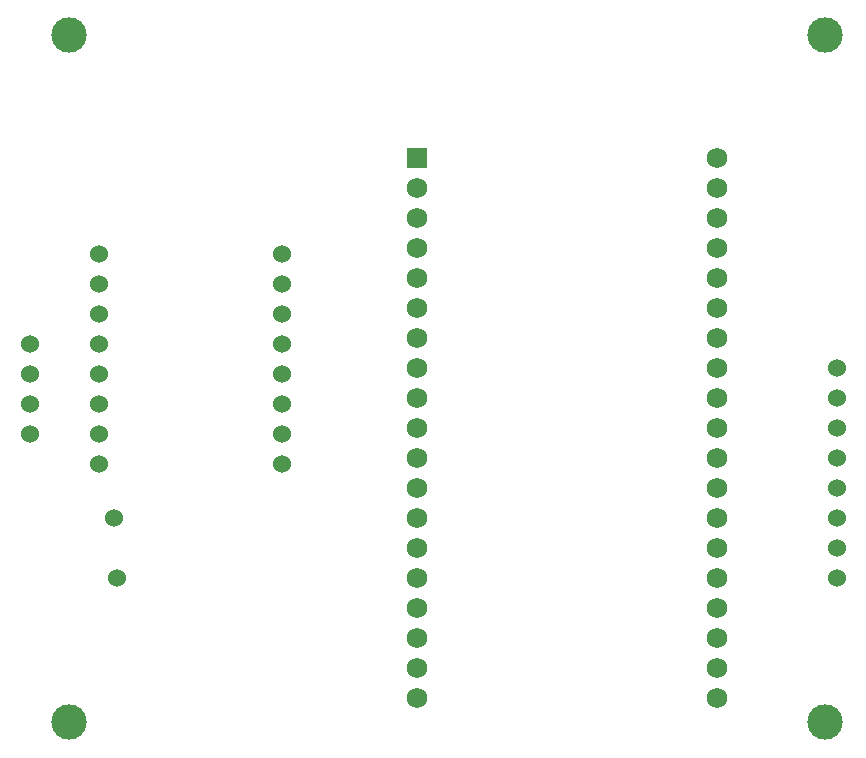
<source format=gbs>
%TF.GenerationSoftware,KiCad,Pcbnew,7.0.8*%
%TF.CreationDate,2024-03-14T17:11:56+01:00*%
%TF.ProjectId,pendulo_invert,70656e64-756c-46f5-9f69-6e766572742e,rev?*%
%TF.SameCoordinates,Original*%
%TF.FileFunction,Soldermask,Bot*%
%TF.FilePolarity,Negative*%
%FSLAX46Y46*%
G04 Gerber Fmt 4.6, Leading zero omitted, Abs format (unit mm)*
G04 Created by KiCad (PCBNEW 7.0.8) date 2024-03-14 17:11:56*
%MOMM*%
%LPD*%
G01*
G04 APERTURE LIST*
G04 Aperture macros list*
%AMRoundRect*
0 Rectangle with rounded corners*
0 $1 Rounding radius*
0 $2 $3 $4 $5 $6 $7 $8 $9 X,Y pos of 4 corners*
0 Add a 4 corners polygon primitive as box body*
4,1,4,$2,$3,$4,$5,$6,$7,$8,$9,$2,$3,0*
0 Add four circle primitives for the rounded corners*
1,1,$1+$1,$2,$3*
1,1,$1+$1,$4,$5*
1,1,$1+$1,$6,$7*
1,1,$1+$1,$8,$9*
0 Add four rect primitives between the rounded corners*
20,1,$1+$1,$2,$3,$4,$5,0*
20,1,$1+$1,$4,$5,$6,$7,0*
20,1,$1+$1,$6,$7,$8,$9,0*
20,1,$1+$1,$8,$9,$2,$3,0*%
G04 Aperture macros list end*
%ADD10C,1.524000*%
%ADD11RoundRect,0.102000X-0.765000X-0.765000X0.765000X-0.765000X0.765000X0.765000X-0.765000X0.765000X0*%
%ADD12C,1.734000*%
%ADD13C,3.000000*%
G04 APERTURE END LIST*
D10*
%TO.C,U1*%
X138430000Y-81788000D03*
X138430000Y-84328000D03*
X138430000Y-86868000D03*
X138430000Y-89408000D03*
X138430000Y-91948000D03*
X138430000Y-94488000D03*
X138430000Y-97028000D03*
X138430000Y-99568000D03*
X122930000Y-81788000D03*
X122930000Y-84328000D03*
X122930000Y-86868000D03*
X122930000Y-89408000D03*
X122930000Y-91948000D03*
X122930000Y-94488000D03*
X122930000Y-97028000D03*
X122930000Y-99568000D03*
%TD*%
%TO.C,J3*%
X117088000Y-91948000D03*
%TD*%
D11*
%TO.C,U2*%
X149860000Y-73660000D03*
D12*
X149860000Y-76200000D03*
X149860000Y-78740000D03*
X149860000Y-81280000D03*
X149860000Y-83820000D03*
X149860000Y-86360000D03*
X149860000Y-88900000D03*
X149860000Y-91440000D03*
X149860000Y-93980000D03*
X149860000Y-96520000D03*
X149860000Y-99060000D03*
X149860000Y-101600000D03*
X149860000Y-104140000D03*
X149860000Y-106680000D03*
X149860000Y-109220000D03*
X149860000Y-111760000D03*
X149860000Y-114300000D03*
X149860000Y-116840000D03*
X149860000Y-119380000D03*
X175260000Y-119380000D03*
X175260000Y-116840000D03*
X175260000Y-114300000D03*
X175260000Y-111760000D03*
X175260000Y-109220000D03*
X175260000Y-106680000D03*
X175260000Y-104140000D03*
X175260000Y-101600000D03*
X175260000Y-99060000D03*
X175260000Y-96520000D03*
X175260000Y-93980000D03*
X175260000Y-91440000D03*
X175260000Y-88900000D03*
X175260000Y-86360000D03*
X175260000Y-83820000D03*
X175260000Y-81280000D03*
X175260000Y-78740000D03*
X175260000Y-76200000D03*
X175260000Y-73660000D03*
%TD*%
D13*
%TO.C,H4*%
X184404000Y-121412000D03*
%TD*%
%TO.C,H3*%
X120396000Y-121412000D03*
%TD*%
D10*
%TO.C,J6*%
X124206000Y-104140000D03*
%TD*%
%TO.C,J4*%
X117088000Y-94488000D03*
%TD*%
D13*
%TO.C,H2*%
X184404000Y-63246000D03*
%TD*%
D10*
%TO.C,J2*%
X117088000Y-89408000D03*
%TD*%
%TO.C,J5*%
X117088000Y-97028000D03*
%TD*%
%TO.C,J1*%
X124460000Y-109220000D03*
%TD*%
D13*
%TO.C,H1*%
X120396000Y-63246000D03*
%TD*%
D10*
%TO.C,U5*%
X185420000Y-91440000D03*
X185420000Y-93980000D03*
X185420000Y-96520000D03*
X185420000Y-99060000D03*
X185420000Y-101600000D03*
X185420000Y-104140000D03*
X185420000Y-106680000D03*
X185420000Y-109220000D03*
%TD*%
M02*

</source>
